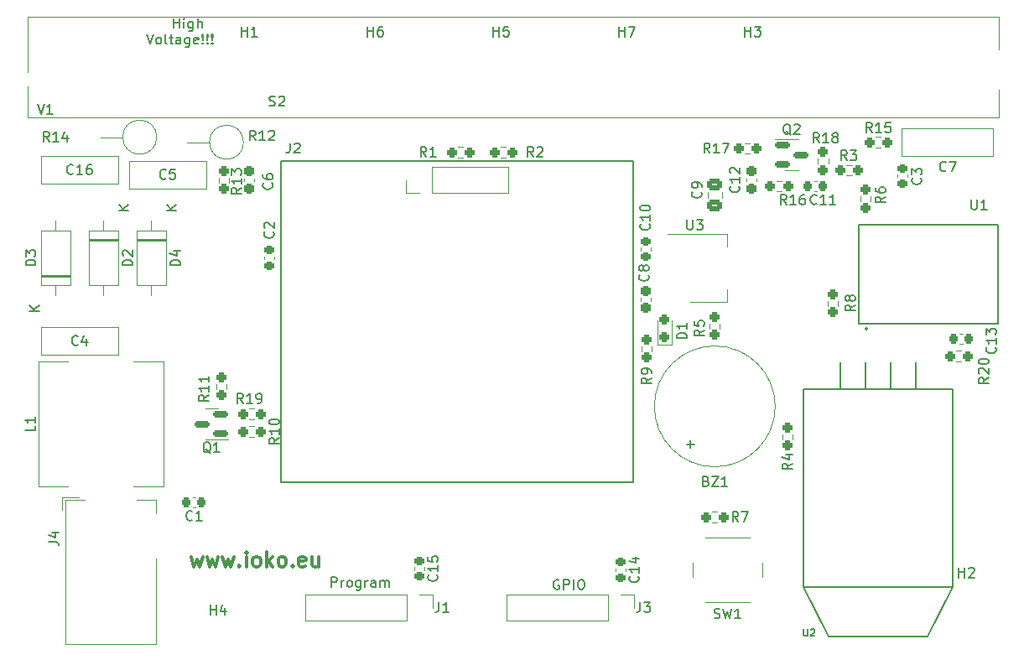
<source format=gbr>
%TF.GenerationSoftware,KiCad,Pcbnew,6.0.2+dfsg-1*%
%TF.CreationDate,2022-05-20T21:00:13+03:00*%
%TF.ProjectId,iot_geiger,696f745f-6765-4696-9765-722e6b696361,rev?*%
%TF.SameCoordinates,Original*%
%TF.FileFunction,Legend,Top*%
%TF.FilePolarity,Positive*%
%FSLAX46Y46*%
G04 Gerber Fmt 4.6, Leading zero omitted, Abs format (unit mm)*
G04 Created by KiCad (PCBNEW 6.0.2+dfsg-1) date 2022-05-20 21:00:13*
%MOMM*%
%LPD*%
G01*
G04 APERTURE LIST*
G04 Aperture macros list*
%AMRoundRect*
0 Rectangle with rounded corners*
0 $1 Rounding radius*
0 $2 $3 $4 $5 $6 $7 $8 $9 X,Y pos of 4 corners*
0 Add a 4 corners polygon primitive as box body*
4,1,4,$2,$3,$4,$5,$6,$7,$8,$9,$2,$3,0*
0 Add four circle primitives for the rounded corners*
1,1,$1+$1,$2,$3*
1,1,$1+$1,$4,$5*
1,1,$1+$1,$6,$7*
1,1,$1+$1,$8,$9*
0 Add four rect primitives between the rounded corners*
20,1,$1+$1,$2,$3,$4,$5,0*
20,1,$1+$1,$4,$5,$6,$7,0*
20,1,$1+$1,$6,$7,$8,$9,0*
20,1,$1+$1,$8,$9,$2,$3,0*%
G04 Aperture macros list end*
%ADD10C,0.200000*%
%ADD11C,0.150000*%
%ADD12C,0.300000*%
%ADD13C,0.120000*%
%ADD14C,0.127000*%
%ADD15RoundRect,0.237500X-0.250000X-0.237500X0.250000X-0.237500X0.250000X0.237500X-0.250000X0.237500X0*%
%ADD16R,2.200000X2.200000*%
%ADD17O,2.200000X2.200000*%
%ADD18RoundRect,0.150000X0.587500X0.150000X-0.587500X0.150000X-0.587500X-0.150000X0.587500X-0.150000X0*%
%ADD19C,2.000000*%
%ADD20RoundRect,0.237500X0.237500X-0.250000X0.237500X0.250000X-0.237500X0.250000X-0.237500X-0.250000X0*%
%ADD21RoundRect,0.237500X-0.237500X0.250000X-0.237500X-0.250000X0.237500X-0.250000X0.237500X0.250000X0*%
%ADD22C,1.600000*%
%ADD23R,1.700000X1.700000*%
%ADD24O,1.700000X1.700000*%
%ADD25C,2.500000*%
%ADD26RoundRect,0.225000X0.250000X-0.225000X0.250000X0.225000X-0.250000X0.225000X-0.250000X-0.225000X0*%
%ADD27RoundRect,0.237500X0.237500X-0.287500X0.237500X0.287500X-0.237500X0.287500X-0.237500X-0.287500X0*%
%ADD28R,0.700000X1.150000*%
%ADD29R,1.150000X0.700000*%
%ADD30R,0.700000X0.700000*%
%ADD31R,2.000000X2.000000*%
%ADD32RoundRect,0.225000X-0.250000X0.225000X-0.250000X-0.225000X0.250000X-0.225000X0.250000X0.225000X0*%
%ADD33RoundRect,0.237500X0.237500X-0.300000X0.237500X0.300000X-0.237500X0.300000X-0.237500X-0.300000X0*%
%ADD34O,1.600000X1.600000*%
%ADD35RoundRect,0.225000X-0.225000X-0.250000X0.225000X-0.250000X0.225000X0.250000X-0.225000X0.250000X0*%
%ADD36R,5.400000X2.900000*%
%ADD37R,2.000000X1.500000*%
%ADD38R,2.000000X3.800000*%
%ADD39RoundRect,0.237500X0.250000X0.237500X-0.250000X0.237500X-0.250000X-0.237500X0.250000X-0.237500X0*%
%ADD40R,4.600000X2.000000*%
%ADD41O,4.200000X2.000000*%
%ADD42O,2.000000X4.200000*%
%ADD43RoundRect,0.250000X-0.475000X0.337500X-0.475000X-0.337500X0.475000X-0.337500X0.475000X0.337500X0*%
%ADD44RoundRect,0.225000X0.225000X0.250000X-0.225000X0.250000X-0.225000X-0.250000X0.225000X-0.250000X0*%
%ADD45RoundRect,0.237500X-0.237500X0.300000X-0.237500X-0.300000X0.237500X-0.300000X0.237500X0.300000X0*%
%ADD46RoundRect,0.150000X-0.587500X-0.150000X0.587500X-0.150000X0.587500X0.150000X-0.587500X0.150000X0*%
%ADD47R,1.350000X1.350000*%
%ADD48C,1.350000*%
%ADD49O,3.250000X6.000000*%
%ADD50R,1.000000X1.000000*%
%ADD51O,1.000000X1.000000*%
G04 APERTURE END LIST*
D10*
X141615000Y-53975000D02*
X177175000Y-53975000D01*
X177175000Y-53975000D02*
X177175000Y-86360000D01*
X177175000Y-86360000D02*
X141615000Y-86360000D01*
X141615000Y-86360000D02*
X141615000Y-53975000D01*
D11*
X169688000Y-96274000D02*
X169592761Y-96226380D01*
X169449904Y-96226380D01*
X169307047Y-96274000D01*
X169211809Y-96369238D01*
X169164190Y-96464476D01*
X169116571Y-96654952D01*
X169116571Y-96797809D01*
X169164190Y-96988285D01*
X169211809Y-97083523D01*
X169307047Y-97178761D01*
X169449904Y-97226380D01*
X169545142Y-97226380D01*
X169688000Y-97178761D01*
X169735619Y-97131142D01*
X169735619Y-96797809D01*
X169545142Y-96797809D01*
X170164190Y-97226380D02*
X170164190Y-96226380D01*
X170545142Y-96226380D01*
X170640380Y-96274000D01*
X170688000Y-96321619D01*
X170735619Y-96416857D01*
X170735619Y-96559714D01*
X170688000Y-96654952D01*
X170640380Y-96702571D01*
X170545142Y-96750190D01*
X170164190Y-96750190D01*
X171164190Y-97226380D02*
X171164190Y-96226380D01*
X171830857Y-96226380D02*
X172021333Y-96226380D01*
X172116571Y-96274000D01*
X172211809Y-96369238D01*
X172259428Y-96559714D01*
X172259428Y-96893047D01*
X172211809Y-97083523D01*
X172116571Y-97178761D01*
X172021333Y-97226380D01*
X171830857Y-97226380D01*
X171735619Y-97178761D01*
X171640380Y-97083523D01*
X171592761Y-96893047D01*
X171592761Y-96559714D01*
X171640380Y-96369238D01*
X171735619Y-96274000D01*
X171830857Y-96226380D01*
X146701238Y-96972380D02*
X146701238Y-95972380D01*
X147082190Y-95972380D01*
X147177428Y-96020000D01*
X147225047Y-96067619D01*
X147272666Y-96162857D01*
X147272666Y-96305714D01*
X147225047Y-96400952D01*
X147177428Y-96448571D01*
X147082190Y-96496190D01*
X146701238Y-96496190D01*
X147701238Y-96972380D02*
X147701238Y-96305714D01*
X147701238Y-96496190D02*
X147748857Y-96400952D01*
X147796476Y-96353333D01*
X147891714Y-96305714D01*
X147986952Y-96305714D01*
X148463142Y-96972380D02*
X148367904Y-96924761D01*
X148320285Y-96877142D01*
X148272666Y-96781904D01*
X148272666Y-96496190D01*
X148320285Y-96400952D01*
X148367904Y-96353333D01*
X148463142Y-96305714D01*
X148606000Y-96305714D01*
X148701238Y-96353333D01*
X148748857Y-96400952D01*
X148796476Y-96496190D01*
X148796476Y-96781904D01*
X148748857Y-96877142D01*
X148701238Y-96924761D01*
X148606000Y-96972380D01*
X148463142Y-96972380D01*
X149653619Y-96305714D02*
X149653619Y-97115238D01*
X149606000Y-97210476D01*
X149558380Y-97258095D01*
X149463142Y-97305714D01*
X149320285Y-97305714D01*
X149225047Y-97258095D01*
X149653619Y-96924761D02*
X149558380Y-96972380D01*
X149367904Y-96972380D01*
X149272666Y-96924761D01*
X149225047Y-96877142D01*
X149177428Y-96781904D01*
X149177428Y-96496190D01*
X149225047Y-96400952D01*
X149272666Y-96353333D01*
X149367904Y-96305714D01*
X149558380Y-96305714D01*
X149653619Y-96353333D01*
X150129809Y-96972380D02*
X150129809Y-96305714D01*
X150129809Y-96496190D02*
X150177428Y-96400952D01*
X150225047Y-96353333D01*
X150320285Y-96305714D01*
X150415523Y-96305714D01*
X151177428Y-96972380D02*
X151177428Y-96448571D01*
X151129809Y-96353333D01*
X151034571Y-96305714D01*
X150844095Y-96305714D01*
X150748857Y-96353333D01*
X151177428Y-96924761D02*
X151082190Y-96972380D01*
X150844095Y-96972380D01*
X150748857Y-96924761D01*
X150701238Y-96829523D01*
X150701238Y-96734285D01*
X150748857Y-96639047D01*
X150844095Y-96591428D01*
X151082190Y-96591428D01*
X151177428Y-96543809D01*
X151653619Y-96972380D02*
X151653619Y-96305714D01*
X151653619Y-96400952D02*
X151701238Y-96353333D01*
X151796476Y-96305714D01*
X151939333Y-96305714D01*
X152034571Y-96353333D01*
X152082190Y-96448571D01*
X152082190Y-96972380D01*
X152082190Y-96448571D02*
X152129809Y-96353333D01*
X152225047Y-96305714D01*
X152367904Y-96305714D01*
X152463142Y-96353333D01*
X152510761Y-96448571D01*
X152510761Y-96972380D01*
D12*
X132565000Y-93912571D02*
X132850714Y-94912571D01*
X133136428Y-94198285D01*
X133422142Y-94912571D01*
X133707857Y-93912571D01*
X134136428Y-93912571D02*
X134422142Y-94912571D01*
X134707857Y-94198285D01*
X134993571Y-94912571D01*
X135279285Y-93912571D01*
X135707857Y-93912571D02*
X135993571Y-94912571D01*
X136279285Y-94198285D01*
X136565000Y-94912571D01*
X136850714Y-93912571D01*
X137422142Y-94769714D02*
X137493571Y-94841142D01*
X137422142Y-94912571D01*
X137350714Y-94841142D01*
X137422142Y-94769714D01*
X137422142Y-94912571D01*
X138136428Y-94912571D02*
X138136428Y-93912571D01*
X138136428Y-93412571D02*
X138065000Y-93484000D01*
X138136428Y-93555428D01*
X138207857Y-93484000D01*
X138136428Y-93412571D01*
X138136428Y-93555428D01*
X139065000Y-94912571D02*
X138922142Y-94841142D01*
X138850714Y-94769714D01*
X138779285Y-94626857D01*
X138779285Y-94198285D01*
X138850714Y-94055428D01*
X138922142Y-93984000D01*
X139065000Y-93912571D01*
X139279285Y-93912571D01*
X139422142Y-93984000D01*
X139493571Y-94055428D01*
X139565000Y-94198285D01*
X139565000Y-94626857D01*
X139493571Y-94769714D01*
X139422142Y-94841142D01*
X139279285Y-94912571D01*
X139065000Y-94912571D01*
X140207857Y-94912571D02*
X140207857Y-93412571D01*
X140350714Y-94341142D02*
X140779285Y-94912571D01*
X140779285Y-93912571D02*
X140207857Y-94484000D01*
X141636428Y-94912571D02*
X141493571Y-94841142D01*
X141422142Y-94769714D01*
X141350714Y-94626857D01*
X141350714Y-94198285D01*
X141422142Y-94055428D01*
X141493571Y-93984000D01*
X141636428Y-93912571D01*
X141850714Y-93912571D01*
X141993571Y-93984000D01*
X142065000Y-94055428D01*
X142136428Y-94198285D01*
X142136428Y-94626857D01*
X142065000Y-94769714D01*
X141993571Y-94841142D01*
X141850714Y-94912571D01*
X141636428Y-94912571D01*
X142779285Y-94769714D02*
X142850714Y-94841142D01*
X142779285Y-94912571D01*
X142707857Y-94841142D01*
X142779285Y-94769714D01*
X142779285Y-94912571D01*
X144065000Y-94841142D02*
X143922142Y-94912571D01*
X143636428Y-94912571D01*
X143493571Y-94841142D01*
X143422142Y-94698285D01*
X143422142Y-94126857D01*
X143493571Y-93984000D01*
X143636428Y-93912571D01*
X143922142Y-93912571D01*
X144065000Y-93984000D01*
X144136428Y-94126857D01*
X144136428Y-94269714D01*
X143422142Y-94412571D01*
X145422142Y-93912571D02*
X145422142Y-94912571D01*
X144779285Y-93912571D02*
X144779285Y-94698285D01*
X144850714Y-94841142D01*
X144993571Y-94912571D01*
X145207857Y-94912571D01*
X145350714Y-94841142D01*
X145422142Y-94769714D01*
D11*
X130778333Y-40541380D02*
X130778333Y-39541380D01*
X130778333Y-40017571D02*
X131349761Y-40017571D01*
X131349761Y-40541380D02*
X131349761Y-39541380D01*
X131825952Y-40541380D02*
X131825952Y-39874714D01*
X131825952Y-39541380D02*
X131778333Y-39589000D01*
X131825952Y-39636619D01*
X131873571Y-39589000D01*
X131825952Y-39541380D01*
X131825952Y-39636619D01*
X132730714Y-39874714D02*
X132730714Y-40684238D01*
X132683095Y-40779476D01*
X132635476Y-40827095D01*
X132540238Y-40874714D01*
X132397380Y-40874714D01*
X132302142Y-40827095D01*
X132730714Y-40493761D02*
X132635476Y-40541380D01*
X132445000Y-40541380D01*
X132349761Y-40493761D01*
X132302142Y-40446142D01*
X132254523Y-40350904D01*
X132254523Y-40065190D01*
X132302142Y-39969952D01*
X132349761Y-39922333D01*
X132445000Y-39874714D01*
X132635476Y-39874714D01*
X132730714Y-39922333D01*
X133206904Y-40541380D02*
X133206904Y-39541380D01*
X133635476Y-40541380D02*
X133635476Y-40017571D01*
X133587857Y-39922333D01*
X133492619Y-39874714D01*
X133349761Y-39874714D01*
X133254523Y-39922333D01*
X133206904Y-39969952D01*
X128064047Y-41151380D02*
X128397380Y-42151380D01*
X128730714Y-41151380D01*
X129206904Y-42151380D02*
X129111666Y-42103761D01*
X129064047Y-42056142D01*
X129016428Y-41960904D01*
X129016428Y-41675190D01*
X129064047Y-41579952D01*
X129111666Y-41532333D01*
X129206904Y-41484714D01*
X129349761Y-41484714D01*
X129445000Y-41532333D01*
X129492619Y-41579952D01*
X129540238Y-41675190D01*
X129540238Y-41960904D01*
X129492619Y-42056142D01*
X129445000Y-42103761D01*
X129349761Y-42151380D01*
X129206904Y-42151380D01*
X130111666Y-42151380D02*
X130016428Y-42103761D01*
X129968809Y-42008523D01*
X129968809Y-41151380D01*
X130349761Y-41484714D02*
X130730714Y-41484714D01*
X130492619Y-41151380D02*
X130492619Y-42008523D01*
X130540238Y-42103761D01*
X130635476Y-42151380D01*
X130730714Y-42151380D01*
X131492619Y-42151380D02*
X131492619Y-41627571D01*
X131445000Y-41532333D01*
X131349761Y-41484714D01*
X131159285Y-41484714D01*
X131064047Y-41532333D01*
X131492619Y-42103761D02*
X131397380Y-42151380D01*
X131159285Y-42151380D01*
X131064047Y-42103761D01*
X131016428Y-42008523D01*
X131016428Y-41913285D01*
X131064047Y-41818047D01*
X131159285Y-41770428D01*
X131397380Y-41770428D01*
X131492619Y-41722809D01*
X132397380Y-41484714D02*
X132397380Y-42294238D01*
X132349761Y-42389476D01*
X132302142Y-42437095D01*
X132206904Y-42484714D01*
X132064047Y-42484714D01*
X131968809Y-42437095D01*
X132397380Y-42103761D02*
X132302142Y-42151380D01*
X132111666Y-42151380D01*
X132016428Y-42103761D01*
X131968809Y-42056142D01*
X131921190Y-41960904D01*
X131921190Y-41675190D01*
X131968809Y-41579952D01*
X132016428Y-41532333D01*
X132111666Y-41484714D01*
X132302142Y-41484714D01*
X132397380Y-41532333D01*
X133254523Y-42103761D02*
X133159285Y-42151380D01*
X132968809Y-42151380D01*
X132873571Y-42103761D01*
X132825952Y-42008523D01*
X132825952Y-41627571D01*
X132873571Y-41532333D01*
X132968809Y-41484714D01*
X133159285Y-41484714D01*
X133254523Y-41532333D01*
X133302142Y-41627571D01*
X133302142Y-41722809D01*
X132825952Y-41818047D01*
X133730714Y-42056142D02*
X133778333Y-42103761D01*
X133730714Y-42151380D01*
X133683095Y-42103761D01*
X133730714Y-42056142D01*
X133730714Y-42151380D01*
X133730714Y-41770428D02*
X133683095Y-41199000D01*
X133730714Y-41151380D01*
X133778333Y-41199000D01*
X133730714Y-41770428D01*
X133730714Y-41151380D01*
X134206904Y-42056142D02*
X134254523Y-42103761D01*
X134206904Y-42151380D01*
X134159285Y-42103761D01*
X134206904Y-42056142D01*
X134206904Y-42151380D01*
X134206904Y-41770428D02*
X134159285Y-41199000D01*
X134206904Y-41151380D01*
X134254523Y-41199000D01*
X134206904Y-41770428D01*
X134206904Y-41151380D01*
X134683095Y-42056142D02*
X134730714Y-42103761D01*
X134683095Y-42151380D01*
X134635476Y-42103761D01*
X134683095Y-42056142D01*
X134683095Y-42151380D01*
X134683095Y-41770428D02*
X134635476Y-41199000D01*
X134683095Y-41151380D01*
X134730714Y-41199000D01*
X134683095Y-41770428D01*
X134683095Y-41151380D01*
X213050380Y-75826857D02*
X212574190Y-76160190D01*
X213050380Y-76398285D02*
X212050380Y-76398285D01*
X212050380Y-76017333D01*
X212098000Y-75922095D01*
X212145619Y-75874476D01*
X212240857Y-75826857D01*
X212383714Y-75826857D01*
X212478952Y-75874476D01*
X212526571Y-75922095D01*
X212574190Y-76017333D01*
X212574190Y-76398285D01*
X212145619Y-75445904D02*
X212098000Y-75398285D01*
X212050380Y-75303047D01*
X212050380Y-75064952D01*
X212098000Y-74969714D01*
X212145619Y-74922095D01*
X212240857Y-74874476D01*
X212336095Y-74874476D01*
X212478952Y-74922095D01*
X213050380Y-75493523D01*
X213050380Y-74874476D01*
X212050380Y-74255428D02*
X212050380Y-74160190D01*
X212098000Y-74064952D01*
X212145619Y-74017333D01*
X212240857Y-73969714D01*
X212431333Y-73922095D01*
X212669428Y-73922095D01*
X212859904Y-73969714D01*
X212955142Y-74017333D01*
X213002761Y-74064952D01*
X213050380Y-74160190D01*
X213050380Y-74255428D01*
X213002761Y-74350666D01*
X212955142Y-74398285D01*
X212859904Y-74445904D01*
X212669428Y-74493523D01*
X212431333Y-74493523D01*
X212240857Y-74445904D01*
X212145619Y-74398285D01*
X212098000Y-74350666D01*
X212050380Y-74255428D01*
X131446380Y-64492095D02*
X130446380Y-64492095D01*
X130446380Y-64254000D01*
X130494000Y-64111142D01*
X130589238Y-64015904D01*
X130684476Y-63968285D01*
X130874952Y-63920666D01*
X131017809Y-63920666D01*
X131208285Y-63968285D01*
X131303523Y-64015904D01*
X131398761Y-64111142D01*
X131446380Y-64254000D01*
X131446380Y-64492095D01*
X130779714Y-63063523D02*
X131446380Y-63063523D01*
X130398761Y-63301619D02*
X131113047Y-63539714D01*
X131113047Y-62920666D01*
X131076380Y-58935904D02*
X130076380Y-58935904D01*
X131076380Y-58364476D02*
X130504952Y-58793047D01*
X130076380Y-58364476D02*
X130647809Y-58935904D01*
X116854380Y-64492095D02*
X115854380Y-64492095D01*
X115854380Y-64254000D01*
X115902000Y-64111142D01*
X115997238Y-64015904D01*
X116092476Y-63968285D01*
X116282952Y-63920666D01*
X116425809Y-63920666D01*
X116616285Y-63968285D01*
X116711523Y-64015904D01*
X116806761Y-64111142D01*
X116854380Y-64254000D01*
X116854380Y-64492095D01*
X115854380Y-63587333D02*
X115854380Y-62968285D01*
X116235333Y-63301619D01*
X116235333Y-63158761D01*
X116282952Y-63063523D01*
X116330571Y-63015904D01*
X116425809Y-62968285D01*
X116663904Y-62968285D01*
X116759142Y-63015904D01*
X116806761Y-63063523D01*
X116854380Y-63158761D01*
X116854380Y-63444476D01*
X116806761Y-63539714D01*
X116759142Y-63587333D01*
X117224380Y-69095904D02*
X116224380Y-69095904D01*
X117224380Y-68524476D02*
X116652952Y-68953047D01*
X116224380Y-68524476D02*
X116795809Y-69095904D01*
X126620380Y-64492095D02*
X125620380Y-64492095D01*
X125620380Y-64254000D01*
X125668000Y-64111142D01*
X125763238Y-64015904D01*
X125858476Y-63968285D01*
X126048952Y-63920666D01*
X126191809Y-63920666D01*
X126382285Y-63968285D01*
X126477523Y-64015904D01*
X126572761Y-64111142D01*
X126620380Y-64254000D01*
X126620380Y-64492095D01*
X125715619Y-63539714D02*
X125668000Y-63492095D01*
X125620380Y-63396857D01*
X125620380Y-63158761D01*
X125668000Y-63063523D01*
X125715619Y-63015904D01*
X125810857Y-62968285D01*
X125906095Y-62968285D01*
X126048952Y-63015904D01*
X126620380Y-63587333D01*
X126620380Y-62968285D01*
X126250380Y-58935904D02*
X125250380Y-58935904D01*
X126250380Y-58364476D02*
X125678952Y-58793047D01*
X125250380Y-58364476D02*
X125821809Y-58935904D01*
X134524761Y-83465619D02*
X134429523Y-83418000D01*
X134334285Y-83322761D01*
X134191428Y-83179904D01*
X134096190Y-83132285D01*
X134000952Y-83132285D01*
X134048571Y-83370380D02*
X133953333Y-83322761D01*
X133858095Y-83227523D01*
X133810476Y-83037047D01*
X133810476Y-82703714D01*
X133858095Y-82513238D01*
X133953333Y-82418000D01*
X134048571Y-82370380D01*
X134239047Y-82370380D01*
X134334285Y-82418000D01*
X134429523Y-82513238D01*
X134477142Y-82703714D01*
X134477142Y-83037047D01*
X134429523Y-83227523D01*
X134334285Y-83322761D01*
X134239047Y-83370380D01*
X134048571Y-83370380D01*
X135429523Y-83370380D02*
X134858095Y-83370380D01*
X135143809Y-83370380D02*
X135143809Y-82370380D01*
X135048571Y-82513238D01*
X134953333Y-82608476D01*
X134858095Y-82656095D01*
X130008333Y-55703742D02*
X129960714Y-55751361D01*
X129817857Y-55798980D01*
X129722619Y-55798980D01*
X129579761Y-55751361D01*
X129484523Y-55656123D01*
X129436904Y-55560885D01*
X129389285Y-55370409D01*
X129389285Y-55227552D01*
X129436904Y-55037076D01*
X129484523Y-54941838D01*
X129579761Y-54846600D01*
X129722619Y-54798980D01*
X129817857Y-54798980D01*
X129960714Y-54846600D01*
X130008333Y-54894219D01*
X130913095Y-54798980D02*
X130436904Y-54798980D01*
X130389285Y-55275171D01*
X130436904Y-55227552D01*
X130532142Y-55179933D01*
X130770238Y-55179933D01*
X130865476Y-55227552D01*
X130913095Y-55275171D01*
X130960714Y-55370409D01*
X130960714Y-55608504D01*
X130913095Y-55703742D01*
X130865476Y-55751361D01*
X130770238Y-55798980D01*
X130532142Y-55798980D01*
X130436904Y-55751361D01*
X130389285Y-55703742D01*
X179014380Y-75858666D02*
X178538190Y-76192000D01*
X179014380Y-76430095D02*
X178014380Y-76430095D01*
X178014380Y-76049142D01*
X178062000Y-75953904D01*
X178109619Y-75906285D01*
X178204857Y-75858666D01*
X178347714Y-75858666D01*
X178442952Y-75906285D01*
X178490571Y-75953904D01*
X178538190Y-76049142D01*
X178538190Y-76430095D01*
X179014380Y-75382476D02*
X179014380Y-75192000D01*
X178966761Y-75096761D01*
X178919142Y-75049142D01*
X178776285Y-74953904D01*
X178585809Y-74906285D01*
X178204857Y-74906285D01*
X178109619Y-74953904D01*
X178062000Y-75001523D01*
X178014380Y-75096761D01*
X178014380Y-75287238D01*
X178062000Y-75382476D01*
X178109619Y-75430095D01*
X178204857Y-75477714D01*
X178442952Y-75477714D01*
X178538190Y-75430095D01*
X178585809Y-75382476D01*
X178633428Y-75287238D01*
X178633428Y-75096761D01*
X178585809Y-75001523D01*
X178538190Y-74953904D01*
X178442952Y-74906285D01*
X199588380Y-68492666D02*
X199112190Y-68826000D01*
X199588380Y-69064095D02*
X198588380Y-69064095D01*
X198588380Y-68683142D01*
X198636000Y-68587904D01*
X198683619Y-68540285D01*
X198778857Y-68492666D01*
X198921714Y-68492666D01*
X199016952Y-68540285D01*
X199064571Y-68587904D01*
X199112190Y-68683142D01*
X199112190Y-69064095D01*
X199016952Y-67921238D02*
X198969333Y-68016476D01*
X198921714Y-68064095D01*
X198826476Y-68111714D01*
X198778857Y-68111714D01*
X198683619Y-68064095D01*
X198636000Y-68016476D01*
X198588380Y-67921238D01*
X198588380Y-67730761D01*
X198636000Y-67635523D01*
X198683619Y-67587904D01*
X198778857Y-67540285D01*
X198826476Y-67540285D01*
X198921714Y-67587904D01*
X198969333Y-67635523D01*
X199016952Y-67730761D01*
X199016952Y-67921238D01*
X199064571Y-68016476D01*
X199112190Y-68064095D01*
X199207428Y-68111714D01*
X199397904Y-68111714D01*
X199493142Y-68064095D01*
X199540761Y-68016476D01*
X199588380Y-67921238D01*
X199588380Y-67730761D01*
X199540761Y-67635523D01*
X199493142Y-67587904D01*
X199397904Y-67540285D01*
X199207428Y-67540285D01*
X199112190Y-67587904D01*
X199064571Y-67635523D01*
X199016952Y-67730761D01*
X208748333Y-54927142D02*
X208700714Y-54974761D01*
X208557857Y-55022380D01*
X208462619Y-55022380D01*
X208319761Y-54974761D01*
X208224523Y-54879523D01*
X208176904Y-54784285D01*
X208129285Y-54593809D01*
X208129285Y-54450952D01*
X208176904Y-54260476D01*
X208224523Y-54165238D01*
X208319761Y-54070000D01*
X208462619Y-54022380D01*
X208557857Y-54022380D01*
X208700714Y-54070000D01*
X208748333Y-54117619D01*
X209081666Y-54022380D02*
X209748333Y-54022380D01*
X209319761Y-55022380D01*
X142551666Y-52157380D02*
X142551666Y-52871666D01*
X142504047Y-53014523D01*
X142408809Y-53109761D01*
X142265952Y-53157380D01*
X142170714Y-53157380D01*
X142980238Y-52252619D02*
X143027857Y-52205000D01*
X143123095Y-52157380D01*
X143361190Y-52157380D01*
X143456428Y-52205000D01*
X143504047Y-52252619D01*
X143551666Y-52347857D01*
X143551666Y-52443095D01*
X143504047Y-52585952D01*
X142932619Y-53157380D01*
X143551666Y-53157380D01*
X140462095Y-48370121D02*
X140604952Y-48417740D01*
X140843047Y-48417740D01*
X140938285Y-48370121D01*
X140985904Y-48322502D01*
X141033523Y-48227264D01*
X141033523Y-48132026D01*
X140985904Y-48036788D01*
X140938285Y-47989169D01*
X140843047Y-47941550D01*
X140652571Y-47893931D01*
X140557333Y-47846312D01*
X140509714Y-47798693D01*
X140462095Y-47703455D01*
X140462095Y-47608217D01*
X140509714Y-47512979D01*
X140557333Y-47465360D01*
X140652571Y-47417740D01*
X140890666Y-47417740D01*
X141033523Y-47465360D01*
X141414476Y-47512979D02*
X141462095Y-47465360D01*
X141557333Y-47417740D01*
X141795428Y-47417740D01*
X141890666Y-47465360D01*
X141938285Y-47512979D01*
X141985904Y-47608217D01*
X141985904Y-47703455D01*
X141938285Y-47846312D01*
X141366857Y-48417740D01*
X141985904Y-48417740D01*
X163068095Y-41402380D02*
X163068095Y-40402380D01*
X163068095Y-40878571D02*
X163639523Y-40878571D01*
X163639523Y-41402380D02*
X163639523Y-40402380D01*
X164591904Y-40402380D02*
X164115714Y-40402380D01*
X164068095Y-40878571D01*
X164115714Y-40830952D01*
X164210952Y-40783333D01*
X164449047Y-40783333D01*
X164544285Y-40830952D01*
X164591904Y-40878571D01*
X164639523Y-40973809D01*
X164639523Y-41211904D01*
X164591904Y-41307142D01*
X164544285Y-41354761D01*
X164449047Y-41402380D01*
X164210952Y-41402380D01*
X164115714Y-41354761D01*
X164068095Y-41307142D01*
X120642142Y-55221142D02*
X120594523Y-55268761D01*
X120451666Y-55316380D01*
X120356428Y-55316380D01*
X120213571Y-55268761D01*
X120118333Y-55173523D01*
X120070714Y-55078285D01*
X120023095Y-54887809D01*
X120023095Y-54744952D01*
X120070714Y-54554476D01*
X120118333Y-54459238D01*
X120213571Y-54364000D01*
X120356428Y-54316380D01*
X120451666Y-54316380D01*
X120594523Y-54364000D01*
X120642142Y-54411619D01*
X121594523Y-55316380D02*
X121023095Y-55316380D01*
X121308809Y-55316380D02*
X121308809Y-54316380D01*
X121213571Y-54459238D01*
X121118333Y-54554476D01*
X121023095Y-54602095D01*
X122451666Y-54316380D02*
X122261190Y-54316380D01*
X122165952Y-54364000D01*
X122118333Y-54411619D01*
X122023095Y-54554476D01*
X121975476Y-54744952D01*
X121975476Y-55125904D01*
X122023095Y-55221142D01*
X122070714Y-55268761D01*
X122165952Y-55316380D01*
X122356428Y-55316380D01*
X122451666Y-55268761D01*
X122499285Y-55221142D01*
X122546904Y-55125904D01*
X122546904Y-54887809D01*
X122499285Y-54792571D01*
X122451666Y-54744952D01*
X122356428Y-54697333D01*
X122165952Y-54697333D01*
X122070714Y-54744952D01*
X122023095Y-54792571D01*
X121975476Y-54887809D01*
X121118333Y-72493142D02*
X121070714Y-72540761D01*
X120927857Y-72588380D01*
X120832619Y-72588380D01*
X120689761Y-72540761D01*
X120594523Y-72445523D01*
X120546904Y-72350285D01*
X120499285Y-72159809D01*
X120499285Y-72016952D01*
X120546904Y-71826476D01*
X120594523Y-71731238D01*
X120689761Y-71636000D01*
X120832619Y-71588380D01*
X120927857Y-71588380D01*
X121070714Y-71636000D01*
X121118333Y-71683619D01*
X121975476Y-71921714D02*
X121975476Y-72588380D01*
X121737380Y-71540761D02*
X121499285Y-72255047D01*
X122118333Y-72255047D01*
X185356666Y-100099761D02*
X185499523Y-100147380D01*
X185737619Y-100147380D01*
X185832857Y-100099761D01*
X185880476Y-100052142D01*
X185928095Y-99956904D01*
X185928095Y-99861666D01*
X185880476Y-99766428D01*
X185832857Y-99718809D01*
X185737619Y-99671190D01*
X185547142Y-99623571D01*
X185451904Y-99575952D01*
X185404285Y-99528333D01*
X185356666Y-99433095D01*
X185356666Y-99337857D01*
X185404285Y-99242619D01*
X185451904Y-99195000D01*
X185547142Y-99147380D01*
X185785238Y-99147380D01*
X185928095Y-99195000D01*
X186261428Y-99147380D02*
X186499523Y-100147380D01*
X186690000Y-99433095D01*
X186880476Y-100147380D01*
X187118571Y-99147380D01*
X188023333Y-100147380D02*
X187451904Y-100147380D01*
X187737619Y-100147380D02*
X187737619Y-99147380D01*
X187642380Y-99290238D01*
X187547142Y-99385476D01*
X187451904Y-99433095D01*
X206198742Y-55691066D02*
X206246361Y-55738685D01*
X206293980Y-55881542D01*
X206293980Y-55976780D01*
X206246361Y-56119638D01*
X206151123Y-56214876D01*
X206055885Y-56262495D01*
X205865409Y-56310114D01*
X205722552Y-56310114D01*
X205532076Y-56262495D01*
X205436838Y-56214876D01*
X205341600Y-56119638D01*
X205293980Y-55976780D01*
X205293980Y-55881542D01*
X205341600Y-55738685D01*
X205389219Y-55691066D01*
X205293980Y-55357733D02*
X205293980Y-54738685D01*
X205674933Y-55072019D01*
X205674933Y-54929161D01*
X205722552Y-54833923D01*
X205770171Y-54786304D01*
X205865409Y-54738685D01*
X206103504Y-54738685D01*
X206198742Y-54786304D01*
X206246361Y-54833923D01*
X206293980Y-54929161D01*
X206293980Y-55214876D01*
X206246361Y-55310114D01*
X206198742Y-55357733D01*
X182570380Y-71858095D02*
X181570380Y-71858095D01*
X181570380Y-71620000D01*
X181618000Y-71477142D01*
X181713238Y-71381904D01*
X181808476Y-71334285D01*
X181998952Y-71286666D01*
X182141809Y-71286666D01*
X182332285Y-71334285D01*
X182427523Y-71381904D01*
X182522761Y-71477142D01*
X182570380Y-71620000D01*
X182570380Y-71858095D01*
X182570380Y-70334285D02*
X182570380Y-70905714D01*
X182570380Y-70620000D02*
X181570380Y-70620000D01*
X181713238Y-70715238D01*
X181808476Y-70810476D01*
X181856095Y-70905714D01*
X210058095Y-96012380D02*
X210058095Y-95012380D01*
X210058095Y-95488571D02*
X210629523Y-95488571D01*
X210629523Y-96012380D02*
X210629523Y-95012380D01*
X211058095Y-95107619D02*
X211105714Y-95060000D01*
X211200952Y-95012380D01*
X211439047Y-95012380D01*
X211534285Y-95060000D01*
X211581904Y-95107619D01*
X211629523Y-95202857D01*
X211629523Y-95298095D01*
X211581904Y-95440952D01*
X211010476Y-96012380D01*
X211629523Y-96012380D01*
X198766133Y-53893980D02*
X198432800Y-53417790D01*
X198194704Y-53893980D02*
X198194704Y-52893980D01*
X198575657Y-52893980D01*
X198670895Y-52941600D01*
X198718514Y-52989219D01*
X198766133Y-53084457D01*
X198766133Y-53227314D01*
X198718514Y-53322552D01*
X198670895Y-53370171D01*
X198575657Y-53417790D01*
X198194704Y-53417790D01*
X199099466Y-52893980D02*
X199718514Y-52893980D01*
X199385180Y-53274933D01*
X199528038Y-53274933D01*
X199623276Y-53322552D01*
X199670895Y-53370171D01*
X199718514Y-53465409D01*
X199718514Y-53703504D01*
X199670895Y-53798742D01*
X199623276Y-53846361D01*
X199528038Y-53893980D01*
X199242323Y-53893980D01*
X199147085Y-53846361D01*
X199099466Y-53798742D01*
X184348380Y-71033390D02*
X183872190Y-71366724D01*
X184348380Y-71604819D02*
X183348380Y-71604819D01*
X183348380Y-71223866D01*
X183396000Y-71128628D01*
X183443619Y-71081009D01*
X183538857Y-71033390D01*
X183681714Y-71033390D01*
X183776952Y-71081009D01*
X183824571Y-71128628D01*
X183872190Y-71223866D01*
X183872190Y-71604819D01*
X183348380Y-70128628D02*
X183348380Y-70604819D01*
X183824571Y-70652438D01*
X183776952Y-70604819D01*
X183729333Y-70509581D01*
X183729333Y-70271485D01*
X183776952Y-70176247D01*
X183824571Y-70128628D01*
X183919809Y-70081009D01*
X184157904Y-70081009D01*
X184253142Y-70128628D01*
X184300761Y-70176247D01*
X184348380Y-70271485D01*
X184348380Y-70509581D01*
X184300761Y-70604819D01*
X184253142Y-70652438D01*
X175768095Y-41402380D02*
X175768095Y-40402380D01*
X175768095Y-40878571D02*
X176339523Y-40878571D01*
X176339523Y-41402380D02*
X176339523Y-40402380D01*
X176720476Y-40402380D02*
X177387142Y-40402380D01*
X176958571Y-41402380D01*
X211328095Y-57872380D02*
X211328095Y-58681904D01*
X211375714Y-58777142D01*
X211423333Y-58824761D01*
X211518571Y-58872380D01*
X211709047Y-58872380D01*
X211804285Y-58824761D01*
X211851904Y-58777142D01*
X211899523Y-58681904D01*
X211899523Y-57872380D01*
X212899523Y-58872380D02*
X212328095Y-58872380D01*
X212613809Y-58872380D02*
X212613809Y-57872380D01*
X212518571Y-58015238D01*
X212423333Y-58110476D01*
X212328095Y-58158095D01*
X184539047Y-86288571D02*
X184681904Y-86336190D01*
X184729523Y-86383809D01*
X184777142Y-86479047D01*
X184777142Y-86621904D01*
X184729523Y-86717142D01*
X184681904Y-86764761D01*
X184586666Y-86812380D01*
X184205714Y-86812380D01*
X184205714Y-85812380D01*
X184539047Y-85812380D01*
X184634285Y-85860000D01*
X184681904Y-85907619D01*
X184729523Y-86002857D01*
X184729523Y-86098095D01*
X184681904Y-86193333D01*
X184634285Y-86240952D01*
X184539047Y-86288571D01*
X184205714Y-86288571D01*
X185110476Y-85812380D02*
X185777142Y-85812380D01*
X185110476Y-86812380D01*
X185777142Y-86812380D01*
X186681904Y-86812380D02*
X186110476Y-86812380D01*
X186396190Y-86812380D02*
X186396190Y-85812380D01*
X186300952Y-85955238D01*
X186205714Y-86050476D01*
X186110476Y-86098095D01*
X182951428Y-82930952D02*
X182951428Y-82169047D01*
X183332380Y-82550000D02*
X182570476Y-82550000D01*
X177682142Y-95892857D02*
X177729761Y-95940476D01*
X177777380Y-96083333D01*
X177777380Y-96178571D01*
X177729761Y-96321428D01*
X177634523Y-96416666D01*
X177539285Y-96464285D01*
X177348809Y-96511904D01*
X177205952Y-96511904D01*
X177015476Y-96464285D01*
X176920238Y-96416666D01*
X176825000Y-96321428D01*
X176777380Y-96178571D01*
X176777380Y-96083333D01*
X176825000Y-95940476D01*
X176872619Y-95892857D01*
X177777380Y-94940476D02*
X177777380Y-95511904D01*
X177777380Y-95226190D02*
X176777380Y-95226190D01*
X176920238Y-95321428D01*
X177015476Y-95416666D01*
X177063095Y-95511904D01*
X177110714Y-94083333D02*
X177777380Y-94083333D01*
X176729761Y-94321428D02*
X177444047Y-94559523D01*
X177444047Y-93940476D01*
X140692142Y-56192933D02*
X140739761Y-56240552D01*
X140787380Y-56383409D01*
X140787380Y-56478647D01*
X140739761Y-56621505D01*
X140644523Y-56716743D01*
X140549285Y-56764362D01*
X140358809Y-56811981D01*
X140215952Y-56811981D01*
X140025476Y-56764362D01*
X139930238Y-56716743D01*
X139835000Y-56621505D01*
X139787380Y-56478647D01*
X139787380Y-56383409D01*
X139835000Y-56240552D01*
X139882619Y-56192933D01*
X139787380Y-55335790D02*
X139787380Y-55526267D01*
X139835000Y-55621505D01*
X139882619Y-55669124D01*
X140025476Y-55764362D01*
X140215952Y-55811981D01*
X140596904Y-55811981D01*
X140692142Y-55764362D01*
X140739761Y-55716743D01*
X140787380Y-55621505D01*
X140787380Y-55431028D01*
X140739761Y-55335790D01*
X140692142Y-55288171D01*
X140596904Y-55240552D01*
X140358809Y-55240552D01*
X140263571Y-55288171D01*
X140215952Y-55335790D01*
X140168333Y-55431028D01*
X140168333Y-55621505D01*
X140215952Y-55716743D01*
X140263571Y-55764362D01*
X140358809Y-55811981D01*
X140819142Y-61113666D02*
X140866761Y-61161285D01*
X140914380Y-61304142D01*
X140914380Y-61399380D01*
X140866761Y-61542238D01*
X140771523Y-61637476D01*
X140676285Y-61685095D01*
X140485809Y-61732714D01*
X140342952Y-61732714D01*
X140152476Y-61685095D01*
X140057238Y-61637476D01*
X139962000Y-61542238D01*
X139914380Y-61399380D01*
X139914380Y-61304142D01*
X139962000Y-61161285D01*
X140009619Y-61113666D01*
X140009619Y-60732714D02*
X139962000Y-60685095D01*
X139914380Y-60589857D01*
X139914380Y-60351761D01*
X139962000Y-60256523D01*
X140009619Y-60208904D01*
X140104857Y-60161285D01*
X140200095Y-60161285D01*
X140342952Y-60208904D01*
X140914380Y-60780333D01*
X140914380Y-60161285D01*
X118229142Y-52014380D02*
X117895809Y-51538190D01*
X117657714Y-52014380D02*
X117657714Y-51014380D01*
X118038666Y-51014380D01*
X118133904Y-51062000D01*
X118181523Y-51109619D01*
X118229142Y-51204857D01*
X118229142Y-51347714D01*
X118181523Y-51442952D01*
X118133904Y-51490571D01*
X118038666Y-51538190D01*
X117657714Y-51538190D01*
X119181523Y-52014380D02*
X118610095Y-52014380D01*
X118895809Y-52014380D02*
X118895809Y-51014380D01*
X118800571Y-51157238D01*
X118705333Y-51252476D01*
X118610095Y-51300095D01*
X120038666Y-51347714D02*
X120038666Y-52014380D01*
X119800571Y-50966761D02*
X119562476Y-51681047D01*
X120181523Y-51681047D01*
X195699142Y-58269142D02*
X195651523Y-58316761D01*
X195508666Y-58364380D01*
X195413428Y-58364380D01*
X195270571Y-58316761D01*
X195175333Y-58221523D01*
X195127714Y-58126285D01*
X195080095Y-57935809D01*
X195080095Y-57792952D01*
X195127714Y-57602476D01*
X195175333Y-57507238D01*
X195270571Y-57412000D01*
X195413428Y-57364380D01*
X195508666Y-57364380D01*
X195651523Y-57412000D01*
X195699142Y-57459619D01*
X196651523Y-58364380D02*
X196080095Y-58364380D01*
X196365809Y-58364380D02*
X196365809Y-57364380D01*
X196270571Y-57507238D01*
X196175333Y-57602476D01*
X196080095Y-57650095D01*
X197603904Y-58364380D02*
X197032476Y-58364380D01*
X197318190Y-58364380D02*
X197318190Y-57364380D01*
X197222952Y-57507238D01*
X197127714Y-57602476D01*
X197032476Y-57650095D01*
X201287142Y-51092380D02*
X200953809Y-50616190D01*
X200715714Y-51092380D02*
X200715714Y-50092380D01*
X201096666Y-50092380D01*
X201191904Y-50140000D01*
X201239523Y-50187619D01*
X201287142Y-50282857D01*
X201287142Y-50425714D01*
X201239523Y-50520952D01*
X201191904Y-50568571D01*
X201096666Y-50616190D01*
X200715714Y-50616190D01*
X202239523Y-51092380D02*
X201668095Y-51092380D01*
X201953809Y-51092380D02*
X201953809Y-50092380D01*
X201858571Y-50235238D01*
X201763333Y-50330476D01*
X201668095Y-50378095D01*
X203144285Y-50092380D02*
X202668095Y-50092380D01*
X202620476Y-50568571D01*
X202668095Y-50520952D01*
X202763333Y-50473333D01*
X203001428Y-50473333D01*
X203096666Y-50520952D01*
X203144285Y-50568571D01*
X203191904Y-50663809D01*
X203191904Y-50901904D01*
X203144285Y-50997142D01*
X203096666Y-51044761D01*
X203001428Y-51092380D01*
X202763333Y-51092380D01*
X202668095Y-51044761D01*
X202620476Y-50997142D01*
X116796380Y-80684666D02*
X116796380Y-81160857D01*
X115796380Y-81160857D01*
X116796380Y-79827523D02*
X116796380Y-80398952D01*
X116796380Y-80113238D02*
X115796380Y-80113238D01*
X115939238Y-80208476D01*
X116034476Y-80303714D01*
X116082095Y-80398952D01*
X188468095Y-41402380D02*
X188468095Y-40402380D01*
X188468095Y-40878571D02*
X189039523Y-40878571D01*
X189039523Y-41402380D02*
X189039523Y-40402380D01*
X189420476Y-40402380D02*
X190039523Y-40402380D01*
X189706190Y-40783333D01*
X189849047Y-40783333D01*
X189944285Y-40830952D01*
X189991904Y-40878571D01*
X190039523Y-40973809D01*
X190039523Y-41211904D01*
X189991904Y-41307142D01*
X189944285Y-41354761D01*
X189849047Y-41402380D01*
X189563333Y-41402380D01*
X189468095Y-41354761D01*
X189420476Y-41307142D01*
X182626095Y-59904380D02*
X182626095Y-60713904D01*
X182673714Y-60809142D01*
X182721333Y-60856761D01*
X182816571Y-60904380D01*
X183007047Y-60904380D01*
X183102285Y-60856761D01*
X183149904Y-60809142D01*
X183197523Y-60713904D01*
X183197523Y-59904380D01*
X183578476Y-59904380D02*
X184197523Y-59904380D01*
X183864190Y-60285333D01*
X184007047Y-60285333D01*
X184102285Y-60332952D01*
X184149904Y-60380571D01*
X184197523Y-60475809D01*
X184197523Y-60713904D01*
X184149904Y-60809142D01*
X184102285Y-60856761D01*
X184007047Y-60904380D01*
X183721333Y-60904380D01*
X183626095Y-60856761D01*
X183578476Y-60809142D01*
X137612380Y-56669124D02*
X137136190Y-57002457D01*
X137612380Y-57240552D02*
X136612380Y-57240552D01*
X136612380Y-56859600D01*
X136660000Y-56764362D01*
X136707619Y-56716743D01*
X136802857Y-56669124D01*
X136945714Y-56669124D01*
X137040952Y-56716743D01*
X137088571Y-56764362D01*
X137136190Y-56859600D01*
X137136190Y-57240552D01*
X137612380Y-55716743D02*
X137612380Y-56288171D01*
X137612380Y-56002457D02*
X136612380Y-56002457D01*
X136755238Y-56097695D01*
X136850476Y-56192933D01*
X136898095Y-56288171D01*
X136612380Y-55383409D02*
X136612380Y-54764362D01*
X136993333Y-55097695D01*
X136993333Y-54954838D01*
X137040952Y-54859600D01*
X137088571Y-54811981D01*
X137183809Y-54764362D01*
X137421904Y-54764362D01*
X137517142Y-54811981D01*
X137564761Y-54859600D01*
X137612380Y-54954838D01*
X137612380Y-55240552D01*
X137564761Y-55335790D01*
X137517142Y-55383409D01*
X193238380Y-84494666D02*
X192762190Y-84828000D01*
X193238380Y-85066095D02*
X192238380Y-85066095D01*
X192238380Y-84685142D01*
X192286000Y-84589904D01*
X192333619Y-84542285D01*
X192428857Y-84494666D01*
X192571714Y-84494666D01*
X192666952Y-84542285D01*
X192714571Y-84589904D01*
X192762190Y-84685142D01*
X192762190Y-85066095D01*
X192571714Y-83637523D02*
X193238380Y-83637523D01*
X192190761Y-83875619D02*
X192905047Y-84113714D01*
X192905047Y-83494666D01*
X137668095Y-41402380D02*
X137668095Y-40402380D01*
X137668095Y-40878571D02*
X138239523Y-40878571D01*
X138239523Y-41402380D02*
X138239523Y-40402380D01*
X139239523Y-41402380D02*
X138668095Y-41402380D01*
X138953809Y-41402380D02*
X138953809Y-40402380D01*
X138858571Y-40545238D01*
X138763333Y-40640476D01*
X138668095Y-40688095D01*
X139057142Y-51887380D02*
X138723809Y-51411190D01*
X138485714Y-51887380D02*
X138485714Y-50887380D01*
X138866666Y-50887380D01*
X138961904Y-50935000D01*
X139009523Y-50982619D01*
X139057142Y-51077857D01*
X139057142Y-51220714D01*
X139009523Y-51315952D01*
X138961904Y-51363571D01*
X138866666Y-51411190D01*
X138485714Y-51411190D01*
X140009523Y-51887380D02*
X139438095Y-51887380D01*
X139723809Y-51887380D02*
X139723809Y-50887380D01*
X139628571Y-51030238D01*
X139533333Y-51125476D01*
X139438095Y-51173095D01*
X140390476Y-50982619D02*
X140438095Y-50935000D01*
X140533333Y-50887380D01*
X140771428Y-50887380D01*
X140866666Y-50935000D01*
X140914285Y-50982619D01*
X140961904Y-51077857D01*
X140961904Y-51173095D01*
X140914285Y-51315952D01*
X140342857Y-51887380D01*
X140961904Y-51887380D01*
X137787142Y-78430380D02*
X137453809Y-77954190D01*
X137215714Y-78430380D02*
X137215714Y-77430380D01*
X137596666Y-77430380D01*
X137691904Y-77478000D01*
X137739523Y-77525619D01*
X137787142Y-77620857D01*
X137787142Y-77763714D01*
X137739523Y-77858952D01*
X137691904Y-77906571D01*
X137596666Y-77954190D01*
X137215714Y-77954190D01*
X138739523Y-78430380D02*
X138168095Y-78430380D01*
X138453809Y-78430380D02*
X138453809Y-77430380D01*
X138358571Y-77573238D01*
X138263333Y-77668476D01*
X138168095Y-77716095D01*
X139215714Y-78430380D02*
X139406190Y-78430380D01*
X139501428Y-78382761D01*
X139549047Y-78335142D01*
X139644285Y-78192285D01*
X139691904Y-78001809D01*
X139691904Y-77620857D01*
X139644285Y-77525619D01*
X139596666Y-77478000D01*
X139501428Y-77430380D01*
X139310952Y-77430380D01*
X139215714Y-77478000D01*
X139168095Y-77525619D01*
X139120476Y-77620857D01*
X139120476Y-77858952D01*
X139168095Y-77954190D01*
X139215714Y-78001809D01*
X139310952Y-78049428D01*
X139501428Y-78049428D01*
X139596666Y-78001809D01*
X139644285Y-77954190D01*
X139691904Y-77858952D01*
X118197380Y-92408333D02*
X118911666Y-92408333D01*
X119054523Y-92455952D01*
X119149761Y-92551190D01*
X119197380Y-92694047D01*
X119197380Y-92789285D01*
X118530714Y-91503571D02*
X119197380Y-91503571D01*
X118149761Y-91741666D02*
X118864047Y-91979761D01*
X118864047Y-91360714D01*
X141422380Y-81922857D02*
X140946190Y-82256190D01*
X141422380Y-82494285D02*
X140422380Y-82494285D01*
X140422380Y-82113333D01*
X140470000Y-82018095D01*
X140517619Y-81970476D01*
X140612857Y-81922857D01*
X140755714Y-81922857D01*
X140850952Y-81970476D01*
X140898571Y-82018095D01*
X140946190Y-82113333D01*
X140946190Y-82494285D01*
X141422380Y-80970476D02*
X141422380Y-81541904D01*
X141422380Y-81256190D02*
X140422380Y-81256190D01*
X140565238Y-81351428D01*
X140660476Y-81446666D01*
X140708095Y-81541904D01*
X140422380Y-80351428D02*
X140422380Y-80256190D01*
X140470000Y-80160952D01*
X140517619Y-80113333D01*
X140612857Y-80065714D01*
X140803333Y-80018095D01*
X141041428Y-80018095D01*
X141231904Y-80065714D01*
X141327142Y-80113333D01*
X141374761Y-80160952D01*
X141422380Y-80256190D01*
X141422380Y-80351428D01*
X141374761Y-80446666D01*
X141327142Y-80494285D01*
X141231904Y-80541904D01*
X141041428Y-80589523D01*
X140803333Y-80589523D01*
X140612857Y-80541904D01*
X140517619Y-80494285D01*
X140470000Y-80446666D01*
X140422380Y-80351428D01*
X150368095Y-41402380D02*
X150368095Y-40402380D01*
X150368095Y-40878571D02*
X150939523Y-40878571D01*
X150939523Y-41402380D02*
X150939523Y-40402380D01*
X151844285Y-40402380D02*
X151653809Y-40402380D01*
X151558571Y-40450000D01*
X151510952Y-40497619D01*
X151415714Y-40640476D01*
X151368095Y-40830952D01*
X151368095Y-41211904D01*
X151415714Y-41307142D01*
X151463333Y-41354761D01*
X151558571Y-41402380D01*
X151749047Y-41402380D01*
X151844285Y-41354761D01*
X151891904Y-41307142D01*
X151939523Y-41211904D01*
X151939523Y-40973809D01*
X151891904Y-40878571D01*
X151844285Y-40830952D01*
X151749047Y-40783333D01*
X151558571Y-40783333D01*
X151463333Y-40830952D01*
X151415714Y-40878571D01*
X151368095Y-40973809D01*
X183999142Y-57062666D02*
X184046761Y-57110285D01*
X184094380Y-57253142D01*
X184094380Y-57348380D01*
X184046761Y-57491238D01*
X183951523Y-57586476D01*
X183856285Y-57634095D01*
X183665809Y-57681714D01*
X183522952Y-57681714D01*
X183332476Y-57634095D01*
X183237238Y-57586476D01*
X183142000Y-57491238D01*
X183094380Y-57348380D01*
X183094380Y-57253142D01*
X183142000Y-57110285D01*
X183189619Y-57062666D01*
X184094380Y-56586476D02*
X184094380Y-56396000D01*
X184046761Y-56300761D01*
X183999142Y-56253142D01*
X183856285Y-56157904D01*
X183665809Y-56110285D01*
X183284857Y-56110285D01*
X183189619Y-56157904D01*
X183142000Y-56205523D01*
X183094380Y-56300761D01*
X183094380Y-56491238D01*
X183142000Y-56586476D01*
X183189619Y-56634095D01*
X183284857Y-56681714D01*
X183522952Y-56681714D01*
X183618190Y-56634095D01*
X183665809Y-56586476D01*
X183713428Y-56491238D01*
X183713428Y-56300761D01*
X183665809Y-56205523D01*
X183618190Y-56157904D01*
X183522952Y-56110285D01*
X184917142Y-53157380D02*
X184583809Y-52681190D01*
X184345714Y-53157380D02*
X184345714Y-52157380D01*
X184726666Y-52157380D01*
X184821904Y-52205000D01*
X184869523Y-52252619D01*
X184917142Y-52347857D01*
X184917142Y-52490714D01*
X184869523Y-52585952D01*
X184821904Y-52633571D01*
X184726666Y-52681190D01*
X184345714Y-52681190D01*
X185869523Y-53157380D02*
X185298095Y-53157380D01*
X185583809Y-53157380D02*
X185583809Y-52157380D01*
X185488571Y-52300238D01*
X185393333Y-52395476D01*
X185298095Y-52443095D01*
X186202857Y-52157380D02*
X186869523Y-52157380D01*
X186440952Y-53157380D01*
X156297333Y-53538380D02*
X155964000Y-53062190D01*
X155725904Y-53538380D02*
X155725904Y-52538380D01*
X156106857Y-52538380D01*
X156202095Y-52586000D01*
X156249714Y-52633619D01*
X156297333Y-52728857D01*
X156297333Y-52871714D01*
X156249714Y-52966952D01*
X156202095Y-53014571D01*
X156106857Y-53062190D01*
X155725904Y-53062190D01*
X157249714Y-53538380D02*
X156678285Y-53538380D01*
X156964000Y-53538380D02*
X156964000Y-52538380D01*
X156868761Y-52681238D01*
X156773523Y-52776476D01*
X156678285Y-52824095D01*
X132675333Y-90179142D02*
X132627714Y-90226761D01*
X132484857Y-90274380D01*
X132389619Y-90274380D01*
X132246761Y-90226761D01*
X132151523Y-90131523D01*
X132103904Y-90036285D01*
X132056285Y-89845809D01*
X132056285Y-89702952D01*
X132103904Y-89512476D01*
X132151523Y-89417238D01*
X132246761Y-89322000D01*
X132389619Y-89274380D01*
X132484857Y-89274380D01*
X132627714Y-89322000D01*
X132675333Y-89369619D01*
X133627714Y-90274380D02*
X133056285Y-90274380D01*
X133342000Y-90274380D02*
X133342000Y-89274380D01*
X133246761Y-89417238D01*
X133151523Y-89512476D01*
X133056285Y-89560095D01*
X187822142Y-56522857D02*
X187869761Y-56570476D01*
X187917380Y-56713333D01*
X187917380Y-56808571D01*
X187869761Y-56951428D01*
X187774523Y-57046666D01*
X187679285Y-57094285D01*
X187488809Y-57141904D01*
X187345952Y-57141904D01*
X187155476Y-57094285D01*
X187060238Y-57046666D01*
X186965000Y-56951428D01*
X186917380Y-56808571D01*
X186917380Y-56713333D01*
X186965000Y-56570476D01*
X187012619Y-56522857D01*
X187917380Y-55570476D02*
X187917380Y-56141904D01*
X187917380Y-55856190D02*
X186917380Y-55856190D01*
X187060238Y-55951428D01*
X187155476Y-56046666D01*
X187203095Y-56141904D01*
X187012619Y-55189523D02*
X186965000Y-55141904D01*
X186917380Y-55046666D01*
X186917380Y-54808571D01*
X186965000Y-54713333D01*
X187012619Y-54665714D01*
X187107857Y-54618095D01*
X187203095Y-54618095D01*
X187345952Y-54665714D01*
X187917380Y-55237142D01*
X187917380Y-54618095D01*
X157362142Y-95752857D02*
X157409761Y-95800476D01*
X157457380Y-95943333D01*
X157457380Y-96038571D01*
X157409761Y-96181428D01*
X157314523Y-96276666D01*
X157219285Y-96324285D01*
X157028809Y-96371904D01*
X156885952Y-96371904D01*
X156695476Y-96324285D01*
X156600238Y-96276666D01*
X156505000Y-96181428D01*
X156457380Y-96038571D01*
X156457380Y-95943333D01*
X156505000Y-95800476D01*
X156552619Y-95752857D01*
X157457380Y-94800476D02*
X157457380Y-95371904D01*
X157457380Y-95086190D02*
X156457380Y-95086190D01*
X156600238Y-95181428D01*
X156695476Y-95276666D01*
X156743095Y-95371904D01*
X156457380Y-93895714D02*
X156457380Y-94371904D01*
X156933571Y-94419523D01*
X156885952Y-94371904D01*
X156838333Y-94276666D01*
X156838333Y-94038571D01*
X156885952Y-93943333D01*
X156933571Y-93895714D01*
X157028809Y-93848095D01*
X157266904Y-93848095D01*
X157362142Y-93895714D01*
X157409761Y-93943333D01*
X157457380Y-94038571D01*
X157457380Y-94276666D01*
X157409761Y-94371904D01*
X157362142Y-94419523D01*
X192651142Y-58364380D02*
X192317809Y-57888190D01*
X192079714Y-58364380D02*
X192079714Y-57364380D01*
X192460666Y-57364380D01*
X192555904Y-57412000D01*
X192603523Y-57459619D01*
X192651142Y-57554857D01*
X192651142Y-57697714D01*
X192603523Y-57792952D01*
X192555904Y-57840571D01*
X192460666Y-57888190D01*
X192079714Y-57888190D01*
X193603523Y-58364380D02*
X193032095Y-58364380D01*
X193317809Y-58364380D02*
X193317809Y-57364380D01*
X193222571Y-57507238D01*
X193127333Y-57602476D01*
X193032095Y-57650095D01*
X194460666Y-57364380D02*
X194270190Y-57364380D01*
X194174952Y-57412000D01*
X194127333Y-57459619D01*
X194032095Y-57602476D01*
X193984476Y-57792952D01*
X193984476Y-58173904D01*
X194032095Y-58269142D01*
X194079714Y-58316761D01*
X194174952Y-58364380D01*
X194365428Y-58364380D01*
X194460666Y-58316761D01*
X194508285Y-58269142D01*
X194555904Y-58173904D01*
X194555904Y-57935809D01*
X194508285Y-57840571D01*
X194460666Y-57792952D01*
X194365428Y-57745333D01*
X194174952Y-57745333D01*
X194079714Y-57792952D01*
X194032095Y-57840571D01*
X193984476Y-57935809D01*
X193084761Y-51347619D02*
X192989523Y-51300000D01*
X192894285Y-51204761D01*
X192751428Y-51061904D01*
X192656190Y-51014285D01*
X192560952Y-51014285D01*
X192608571Y-51252380D02*
X192513333Y-51204761D01*
X192418095Y-51109523D01*
X192370476Y-50919047D01*
X192370476Y-50585714D01*
X192418095Y-50395238D01*
X192513333Y-50300000D01*
X192608571Y-50252380D01*
X192799047Y-50252380D01*
X192894285Y-50300000D01*
X192989523Y-50395238D01*
X193037142Y-50585714D01*
X193037142Y-50919047D01*
X192989523Y-51109523D01*
X192894285Y-51204761D01*
X192799047Y-51252380D01*
X192608571Y-51252380D01*
X193418095Y-50347619D02*
X193465714Y-50300000D01*
X193560952Y-50252380D01*
X193799047Y-50252380D01*
X193894285Y-50300000D01*
X193941904Y-50347619D01*
X193989523Y-50442857D01*
X193989523Y-50538095D01*
X193941904Y-50680952D01*
X193370476Y-51252380D01*
X193989523Y-51252380D01*
X202636380Y-57570666D02*
X202160190Y-57904000D01*
X202636380Y-58142095D02*
X201636380Y-58142095D01*
X201636380Y-57761142D01*
X201684000Y-57665904D01*
X201731619Y-57618285D01*
X201826857Y-57570666D01*
X201969714Y-57570666D01*
X202064952Y-57618285D01*
X202112571Y-57665904D01*
X202160190Y-57761142D01*
X202160190Y-58142095D01*
X201636380Y-56713523D02*
X201636380Y-56904000D01*
X201684000Y-56999238D01*
X201731619Y-57046857D01*
X201874476Y-57142095D01*
X202064952Y-57189714D01*
X202445904Y-57189714D01*
X202541142Y-57142095D01*
X202588761Y-57094476D01*
X202636380Y-56999238D01*
X202636380Y-56808761D01*
X202588761Y-56713523D01*
X202541142Y-56665904D01*
X202445904Y-56618285D01*
X202207809Y-56618285D01*
X202112571Y-56665904D01*
X202064952Y-56713523D01*
X202017333Y-56808761D01*
X202017333Y-56999238D01*
X202064952Y-57094476D01*
X202112571Y-57142095D01*
X202207809Y-57189714D01*
X177891666Y-98512380D02*
X177891666Y-99226666D01*
X177844047Y-99369523D01*
X177748809Y-99464761D01*
X177605952Y-99512380D01*
X177510714Y-99512380D01*
X178272619Y-98512380D02*
X178891666Y-98512380D01*
X178558333Y-98893333D01*
X178701190Y-98893333D01*
X178796428Y-98940952D01*
X178844047Y-98988571D01*
X178891666Y-99083809D01*
X178891666Y-99321904D01*
X178844047Y-99417142D01*
X178796428Y-99464761D01*
X178701190Y-99512380D01*
X178415476Y-99512380D01*
X178320238Y-99464761D01*
X178272619Y-99417142D01*
X167115833Y-53538380D02*
X166782500Y-53062190D01*
X166544404Y-53538380D02*
X166544404Y-52538380D01*
X166925357Y-52538380D01*
X167020595Y-52586000D01*
X167068214Y-52633619D01*
X167115833Y-52728857D01*
X167115833Y-52871714D01*
X167068214Y-52966952D01*
X167020595Y-53014571D01*
X166925357Y-53062190D01*
X166544404Y-53062190D01*
X167496785Y-52633619D02*
X167544404Y-52586000D01*
X167639642Y-52538380D01*
X167877738Y-52538380D01*
X167972976Y-52586000D01*
X168020595Y-52633619D01*
X168068214Y-52728857D01*
X168068214Y-52824095D01*
X168020595Y-52966952D01*
X167449166Y-53538380D01*
X168068214Y-53538380D01*
X134493095Y-99766380D02*
X134493095Y-98766380D01*
X134493095Y-99242571D02*
X135064523Y-99242571D01*
X135064523Y-99766380D02*
X135064523Y-98766380D01*
X135969285Y-99099714D02*
X135969285Y-99766380D01*
X135731190Y-98718761D02*
X135493095Y-99433047D01*
X136112142Y-99433047D01*
X178665142Y-65444666D02*
X178712761Y-65492285D01*
X178760380Y-65635142D01*
X178760380Y-65730380D01*
X178712761Y-65873238D01*
X178617523Y-65968476D01*
X178522285Y-66016095D01*
X178331809Y-66063714D01*
X178188952Y-66063714D01*
X177998476Y-66016095D01*
X177903238Y-65968476D01*
X177808000Y-65873238D01*
X177760380Y-65730380D01*
X177760380Y-65635142D01*
X177808000Y-65492285D01*
X177855619Y-65444666D01*
X178188952Y-64873238D02*
X178141333Y-64968476D01*
X178093714Y-65016095D01*
X177998476Y-65063714D01*
X177950857Y-65063714D01*
X177855619Y-65016095D01*
X177808000Y-64968476D01*
X177760380Y-64873238D01*
X177760380Y-64682761D01*
X177808000Y-64587523D01*
X177855619Y-64539904D01*
X177950857Y-64492285D01*
X177998476Y-64492285D01*
X178093714Y-64539904D01*
X178141333Y-64587523D01*
X178188952Y-64682761D01*
X178188952Y-64873238D01*
X178236571Y-64968476D01*
X178284190Y-65016095D01*
X178379428Y-65063714D01*
X178569904Y-65063714D01*
X178665142Y-65016095D01*
X178712761Y-64968476D01*
X178760380Y-64873238D01*
X178760380Y-64682761D01*
X178712761Y-64587523D01*
X178665142Y-64539904D01*
X178569904Y-64492285D01*
X178379428Y-64492285D01*
X178284190Y-64539904D01*
X178236571Y-64587523D01*
X178188952Y-64682761D01*
X194411153Y-101216297D02*
X194411153Y-101783509D01*
X194444518Y-101850240D01*
X194477884Y-101883606D01*
X194544614Y-101916971D01*
X194678076Y-101916971D01*
X194744807Y-101883606D01*
X194778172Y-101850240D01*
X194811538Y-101783509D01*
X194811538Y-101216297D01*
X195111827Y-101283028D02*
X195145192Y-101249663D01*
X195211923Y-101216297D01*
X195378750Y-101216297D01*
X195445481Y-101249663D01*
X195478846Y-101283028D01*
X195512212Y-101349759D01*
X195512212Y-101416490D01*
X195478846Y-101516586D01*
X195078461Y-101916971D01*
X195512212Y-101916971D01*
X117046476Y-48220380D02*
X117379809Y-49220380D01*
X117713142Y-48220380D01*
X118570285Y-49220380D02*
X117998857Y-49220380D01*
X118284571Y-49220380D02*
X118284571Y-48220380D01*
X118189333Y-48363238D01*
X118094095Y-48458476D01*
X117998857Y-48506095D01*
X178792142Y-60332857D02*
X178839761Y-60380476D01*
X178887380Y-60523333D01*
X178887380Y-60618571D01*
X178839761Y-60761428D01*
X178744523Y-60856666D01*
X178649285Y-60904285D01*
X178458809Y-60951904D01*
X178315952Y-60951904D01*
X178125476Y-60904285D01*
X178030238Y-60856666D01*
X177935000Y-60761428D01*
X177887380Y-60618571D01*
X177887380Y-60523333D01*
X177935000Y-60380476D01*
X177982619Y-60332857D01*
X178887380Y-59380476D02*
X178887380Y-59951904D01*
X178887380Y-59666190D02*
X177887380Y-59666190D01*
X178030238Y-59761428D01*
X178125476Y-59856666D01*
X178173095Y-59951904D01*
X177887380Y-58761428D02*
X177887380Y-58666190D01*
X177935000Y-58570952D01*
X177982619Y-58523333D01*
X178077857Y-58475714D01*
X178268333Y-58428095D01*
X178506428Y-58428095D01*
X178696904Y-58475714D01*
X178792142Y-58523333D01*
X178839761Y-58570952D01*
X178887380Y-58666190D01*
X178887380Y-58761428D01*
X178839761Y-58856666D01*
X178792142Y-58904285D01*
X178696904Y-58951904D01*
X178506428Y-58999523D01*
X178268333Y-58999523D01*
X178077857Y-58951904D01*
X177982619Y-58904285D01*
X177935000Y-58856666D01*
X177887380Y-58761428D01*
X213717142Y-72778857D02*
X213764761Y-72826476D01*
X213812380Y-72969333D01*
X213812380Y-73064571D01*
X213764761Y-73207428D01*
X213669523Y-73302666D01*
X213574285Y-73350285D01*
X213383809Y-73397904D01*
X213240952Y-73397904D01*
X213050476Y-73350285D01*
X212955238Y-73302666D01*
X212860000Y-73207428D01*
X212812380Y-73064571D01*
X212812380Y-72969333D01*
X212860000Y-72826476D01*
X212907619Y-72778857D01*
X213812380Y-71826476D02*
X213812380Y-72397904D01*
X213812380Y-72112190D02*
X212812380Y-72112190D01*
X212955238Y-72207428D01*
X213050476Y-72302666D01*
X213098095Y-72397904D01*
X212812380Y-71493142D02*
X212812380Y-70874095D01*
X213193333Y-71207428D01*
X213193333Y-71064571D01*
X213240952Y-70969333D01*
X213288571Y-70921714D01*
X213383809Y-70874095D01*
X213621904Y-70874095D01*
X213717142Y-70921714D01*
X213764761Y-70969333D01*
X213812380Y-71064571D01*
X213812380Y-71350285D01*
X213764761Y-71445523D01*
X213717142Y-71493142D01*
X157571666Y-98512380D02*
X157571666Y-99226666D01*
X157524047Y-99369523D01*
X157428809Y-99464761D01*
X157285952Y-99512380D01*
X157190714Y-99512380D01*
X158571666Y-99512380D02*
X158000238Y-99512380D01*
X158285952Y-99512380D02*
X158285952Y-98512380D01*
X158190714Y-98655238D01*
X158095476Y-98750476D01*
X158000238Y-98798095D01*
X195953142Y-52115980D02*
X195619809Y-51639790D01*
X195381714Y-52115980D02*
X195381714Y-51115980D01*
X195762666Y-51115980D01*
X195857904Y-51163600D01*
X195905523Y-51211219D01*
X195953142Y-51306457D01*
X195953142Y-51449314D01*
X195905523Y-51544552D01*
X195857904Y-51592171D01*
X195762666Y-51639790D01*
X195381714Y-51639790D01*
X196905523Y-52115980D02*
X196334095Y-52115980D01*
X196619809Y-52115980D02*
X196619809Y-51115980D01*
X196524571Y-51258838D01*
X196429333Y-51354076D01*
X196334095Y-51401695D01*
X197476952Y-51544552D02*
X197381714Y-51496933D01*
X197334095Y-51449314D01*
X197286476Y-51354076D01*
X197286476Y-51306457D01*
X197334095Y-51211219D01*
X197381714Y-51163600D01*
X197476952Y-51115980D01*
X197667428Y-51115980D01*
X197762666Y-51163600D01*
X197810285Y-51211219D01*
X197857904Y-51306457D01*
X197857904Y-51354076D01*
X197810285Y-51449314D01*
X197762666Y-51496933D01*
X197667428Y-51544552D01*
X197476952Y-51544552D01*
X197381714Y-51592171D01*
X197334095Y-51639790D01*
X197286476Y-51735028D01*
X197286476Y-51925504D01*
X197334095Y-52020742D01*
X197381714Y-52068361D01*
X197476952Y-52115980D01*
X197667428Y-52115980D01*
X197762666Y-52068361D01*
X197810285Y-52020742D01*
X197857904Y-51925504D01*
X197857904Y-51735028D01*
X197810285Y-51639790D01*
X197762666Y-51592171D01*
X197667428Y-51544552D01*
X134310380Y-77605581D02*
X133834190Y-77938914D01*
X134310380Y-78177009D02*
X133310380Y-78177009D01*
X133310380Y-77796057D01*
X133358000Y-77700819D01*
X133405619Y-77653200D01*
X133500857Y-77605581D01*
X133643714Y-77605581D01*
X133738952Y-77653200D01*
X133786571Y-77700819D01*
X133834190Y-77796057D01*
X133834190Y-78177009D01*
X134310380Y-76653200D02*
X134310380Y-77224628D01*
X134310380Y-76938914D02*
X133310380Y-76938914D01*
X133453238Y-77034152D01*
X133548476Y-77129390D01*
X133596095Y-77224628D01*
X134310380Y-75700819D02*
X134310380Y-76272247D01*
X134310380Y-75986533D02*
X133310380Y-75986533D01*
X133453238Y-76081771D01*
X133548476Y-76177009D01*
X133596095Y-76272247D01*
X187793333Y-90368380D02*
X187460000Y-89892190D01*
X187221904Y-90368380D02*
X187221904Y-89368380D01*
X187602857Y-89368380D01*
X187698095Y-89416000D01*
X187745714Y-89463619D01*
X187793333Y-89558857D01*
X187793333Y-89701714D01*
X187745714Y-89796952D01*
X187698095Y-89844571D01*
X187602857Y-89892190D01*
X187221904Y-89892190D01*
X188126666Y-89368380D02*
X188793333Y-89368380D01*
X188364761Y-90368380D01*
D13*
X209803276Y-73137500D02*
X210312724Y-73137500D01*
X209803276Y-74182500D02*
X210312724Y-74182500D01*
X129994000Y-61934000D02*
X127054000Y-61934000D01*
X129994000Y-62054000D02*
X127054000Y-62054000D01*
X127054000Y-61034000D02*
X127054000Y-66474000D01*
X128524000Y-67494000D02*
X128524000Y-66474000D01*
X129994000Y-61034000D02*
X127054000Y-61034000D01*
X129994000Y-61814000D02*
X127054000Y-61814000D01*
X127054000Y-66474000D02*
X129994000Y-66474000D01*
X128524000Y-60014000D02*
X128524000Y-61034000D01*
X129994000Y-66474000D02*
X129994000Y-61034000D01*
X117402000Y-65574000D02*
X120342000Y-65574000D01*
X117402000Y-65454000D02*
X120342000Y-65454000D01*
X120342000Y-66474000D02*
X120342000Y-61034000D01*
X118872000Y-60014000D02*
X118872000Y-61034000D01*
X117402000Y-66474000D02*
X120342000Y-66474000D01*
X117402000Y-65694000D02*
X120342000Y-65694000D01*
X120342000Y-61034000D02*
X117402000Y-61034000D01*
X118872000Y-67494000D02*
X118872000Y-66474000D01*
X117402000Y-61034000D02*
X117402000Y-66474000D01*
X125168000Y-61934000D02*
X122228000Y-61934000D01*
X125168000Y-62054000D02*
X122228000Y-62054000D01*
X122228000Y-61034000D02*
X122228000Y-66474000D01*
X123698000Y-67494000D02*
X123698000Y-66474000D01*
X125168000Y-61034000D02*
X122228000Y-61034000D01*
X125168000Y-61814000D02*
X122228000Y-61814000D01*
X122228000Y-66474000D02*
X125168000Y-66474000D01*
X123698000Y-60014000D02*
X123698000Y-61034000D01*
X125168000Y-66474000D02*
X125168000Y-61034000D01*
X134620000Y-82078000D02*
X133970000Y-82078000D01*
X134620000Y-78958000D02*
X133970000Y-78958000D01*
X134620000Y-82078000D02*
X136295000Y-82078000D01*
X134620000Y-78958000D02*
X135270000Y-78958000D01*
X134045000Y-56742000D02*
X126305000Y-56742000D01*
X134045000Y-56742000D02*
X134045000Y-54002000D01*
X126305000Y-56742000D02*
X126305000Y-54002000D01*
X134045000Y-54002000D02*
X126305000Y-54002000D01*
X179084500Y-73152724D02*
X179084500Y-72643276D01*
X178039500Y-73152724D02*
X178039500Y-72643276D01*
X197880500Y-68071276D02*
X197880500Y-68580724D01*
X196835500Y-68071276D02*
X196835500Y-68580724D01*
X213535000Y-53440000D02*
X213535000Y-50700000D01*
X213535000Y-53440000D02*
X204295000Y-53440000D01*
X204295000Y-53440000D02*
X204295000Y-50700000D01*
X213535000Y-50700000D02*
X204295000Y-50700000D01*
X156855000Y-57210000D02*
X156855000Y-54550000D01*
X156855000Y-54550000D02*
X164535000Y-54550000D01*
X164535000Y-57210000D02*
X164535000Y-54550000D01*
X156855000Y-57210000D02*
X164535000Y-57210000D01*
X154255000Y-57210000D02*
X154255000Y-55880000D01*
X155585000Y-57210000D02*
X154255000Y-57210000D01*
X117415000Y-53494000D02*
X117415000Y-56234000D01*
X125155000Y-53494000D02*
X125155000Y-56234000D01*
X117415000Y-56234000D02*
X125155000Y-56234000D01*
X117415000Y-53494000D02*
X125155000Y-53494000D01*
X125155000Y-73506000D02*
X125155000Y-70766000D01*
X125155000Y-73506000D02*
X117415000Y-73506000D01*
X125155000Y-70766000D02*
X117415000Y-70766000D01*
X117415000Y-73506000D02*
X117415000Y-70766000D01*
X183190000Y-94500000D02*
X183190000Y-96000000D01*
X184440000Y-98500000D02*
X188940000Y-98500000D01*
X190190000Y-96000000D02*
X190190000Y-94500000D01*
X188940000Y-92000000D02*
X184440000Y-92000000D01*
X203858400Y-55614180D02*
X203858400Y-55333020D01*
X204878400Y-55614180D02*
X204878400Y-55333020D01*
X179605000Y-70066000D02*
X179605000Y-72526000D01*
X179605000Y-72526000D02*
X181075000Y-72526000D01*
X181075000Y-72526000D02*
X181075000Y-70066000D01*
X198728876Y-55437300D02*
X199238324Y-55437300D01*
X198728876Y-54392300D02*
X199238324Y-54392300D01*
X184897500Y-70357276D02*
X184897500Y-70866724D01*
X185942500Y-70357276D02*
X185942500Y-70866724D01*
D14*
X199995000Y-70420000D02*
X199995000Y-60390000D01*
X199995000Y-60390000D02*
X214010000Y-60390000D01*
X214010000Y-70420000D02*
X199995000Y-70420000D01*
X214010000Y-60390000D02*
X214010000Y-70420000D01*
D10*
X200810000Y-70905000D02*
G75*
G03*
X200810000Y-70905000I-100000J0D01*
G01*
D13*
X191520000Y-78740000D02*
G75*
G03*
X191520000Y-78740000I-6100000J0D01*
G01*
X175385000Y-95109420D02*
X175385000Y-95390580D01*
X176405000Y-95109420D02*
X176405000Y-95390580D01*
X138940000Y-56026267D02*
X138940000Y-55733733D01*
X137920000Y-56026267D02*
X137920000Y-55733733D01*
X140972000Y-63881580D02*
X140972000Y-63600420D01*
X139952000Y-63881580D02*
X139952000Y-63600420D01*
X125642000Y-51562000D02*
X123382000Y-51562000D01*
X129082000Y-51562000D02*
G75*
G03*
X129082000Y-51562000I-1720000J0D01*
G01*
X195439420Y-57025000D02*
X195720580Y-57025000D01*
X195439420Y-56005000D02*
X195720580Y-56005000D01*
X201675276Y-52592500D02*
X202184724Y-52592500D01*
X201675276Y-51547500D02*
X202184724Y-51547500D01*
X117144000Y-86818000D02*
X117144000Y-74218000D01*
X120144000Y-86818000D02*
X117144000Y-86818000D01*
X126744000Y-74218000D02*
X129744000Y-74218000D01*
X117144000Y-74218000D02*
X120144000Y-74218000D01*
X129744000Y-74218000D02*
X129744000Y-86818000D01*
X129744000Y-86818000D02*
X126744000Y-86818000D01*
X186695000Y-68180000D02*
X186695000Y-66920000D01*
X180685000Y-61360000D02*
X186695000Y-61360000D01*
X186695000Y-61360000D02*
X186695000Y-62620000D01*
X182935000Y-68180000D02*
X186695000Y-68180000D01*
X136412500Y-56134724D02*
X136412500Y-55625276D01*
X135367500Y-56134724D02*
X135367500Y-55625276D01*
X192263500Y-82042724D02*
X192263500Y-81533276D01*
X193308500Y-82042724D02*
X193308500Y-81533276D01*
X134405000Y-52070000D02*
X132145000Y-52070000D01*
X137845000Y-52070000D02*
G75*
G03*
X137845000Y-52070000I-1720000J0D01*
G01*
X138938724Y-78979500D02*
X138429276Y-78979500D01*
X138938724Y-80024500D02*
X138429276Y-80024500D01*
X119845000Y-88200000D02*
X121845000Y-88200000D01*
X119545000Y-87900000D02*
X119545000Y-89200000D01*
X129045000Y-88200000D02*
X129045000Y-89500000D01*
X127045000Y-88200000D02*
X129045000Y-88200000D01*
X121245000Y-87900000D02*
X119545000Y-87900000D01*
X129045000Y-94100000D02*
X129045000Y-102700000D01*
X129045000Y-102700000D02*
X119845000Y-102700000D01*
X119845000Y-102700000D02*
X119845000Y-88200000D01*
X138429276Y-80757500D02*
X138938724Y-80757500D01*
X138429276Y-81802500D02*
X138938724Y-81802500D01*
X186155000Y-57142748D02*
X186155000Y-57665252D01*
X184685000Y-57142748D02*
X184685000Y-57665252D01*
X188989724Y-52182500D02*
X188480276Y-52182500D01*
X188989724Y-53227500D02*
X188480276Y-53227500D01*
X160020724Y-52563500D02*
X159511276Y-52563500D01*
X160020724Y-53608500D02*
X159511276Y-53608500D01*
X132982580Y-87882000D02*
X132701420Y-87882000D01*
X132982580Y-88902000D02*
X132701420Y-88902000D01*
X189652500Y-55733733D02*
X189652500Y-56026267D01*
X188632500Y-55733733D02*
X188632500Y-56026267D01*
X155065000Y-94969420D02*
X155065000Y-95250580D01*
X156085000Y-94969420D02*
X156085000Y-95250580D01*
X192164724Y-55992500D02*
X191655276Y-55992500D01*
X192164724Y-57037500D02*
X191655276Y-57037500D01*
X193180000Y-54900000D02*
X192530000Y-54900000D01*
X193180000Y-51780000D02*
X193830000Y-51780000D01*
X193180000Y-51780000D02*
X191505000Y-51780000D01*
X193180000Y-54900000D02*
X193830000Y-54900000D01*
X201182500Y-58039724D02*
X201182500Y-57530276D01*
X200137500Y-58039724D02*
X200137500Y-57530276D01*
X164405000Y-97730000D02*
X164405000Y-100390000D01*
X174625000Y-100390000D02*
X164405000Y-100390000D01*
X174625000Y-97730000D02*
X164405000Y-97730000D01*
X174625000Y-97730000D02*
X174625000Y-100390000D01*
X175895000Y-97730000D02*
X177225000Y-97730000D01*
X177225000Y-97730000D02*
X177225000Y-99060000D01*
X163829276Y-53608500D02*
X164338724Y-53608500D01*
X163829276Y-52563500D02*
X164338724Y-52563500D01*
X178945000Y-68091267D02*
X178945000Y-67798733D01*
X177925000Y-68091267D02*
X177925000Y-67798733D01*
D14*
X196930000Y-101995000D02*
X194380000Y-96995000D01*
X203200000Y-74295000D02*
X203200000Y-76995000D01*
X200660000Y-76995000D02*
X203200000Y-76995000D01*
X206930000Y-101995000D02*
X196930000Y-101995000D01*
X198120000Y-74295000D02*
X198120000Y-76995000D01*
X194380000Y-96995000D02*
X194380000Y-76995000D01*
X209480000Y-96995000D02*
X206930000Y-101995000D01*
X203200000Y-76995000D02*
X205740000Y-76995000D01*
X200660000Y-74295000D02*
X200660000Y-76995000D01*
X205740000Y-74295000D02*
X205740000Y-76995000D01*
X198120000Y-76995000D02*
X200660000Y-76995000D01*
X209480000Y-76995000D02*
X209480000Y-96995000D01*
X209480000Y-96995000D02*
X194380000Y-96995000D01*
X205740000Y-76995000D02*
X209480000Y-76995000D01*
X194380000Y-76995000D02*
X198120000Y-76995000D01*
D13*
X116078000Y-39370000D02*
X214122000Y-39370000D01*
X116078000Y-46450000D02*
X116078000Y-49530000D01*
X214122000Y-49530000D02*
X116078000Y-49530000D01*
X214122000Y-46736000D02*
X214122000Y-49530000D01*
X214122000Y-39370000D02*
X214122000Y-42715000D01*
X116078000Y-39370000D02*
X116078000Y-45000000D01*
X177925000Y-62724420D02*
X177925000Y-63005580D01*
X178945000Y-62724420D02*
X178945000Y-63005580D01*
X210439580Y-71372000D02*
X210158420Y-71372000D01*
X210439580Y-72392000D02*
X210158420Y-72392000D01*
X154305000Y-97730000D02*
X154305000Y-100390000D01*
X154305000Y-97730000D02*
X144085000Y-97730000D01*
X156905000Y-97730000D02*
X156905000Y-99060000D01*
X154305000Y-100390000D02*
X144085000Y-100390000D01*
X155575000Y-97730000D02*
X156905000Y-97730000D01*
X144085000Y-97730000D02*
X144085000Y-100390000D01*
X196877500Y-54229724D02*
X196877500Y-53720276D01*
X195832500Y-54229724D02*
X195832500Y-53720276D01*
X135113500Y-76453276D02*
X135113500Y-76962724D01*
X136158500Y-76453276D02*
X136158500Y-76962724D01*
X185165276Y-89393500D02*
X185674724Y-89393500D01*
X185165276Y-90438500D02*
X185674724Y-90438500D01*
%LPC*%
D15*
X209145500Y-73660000D03*
X210970500Y-73660000D03*
D16*
X128524000Y-58674000D03*
D17*
X128524000Y-68834000D03*
D16*
X118872000Y-68834000D03*
D17*
X118872000Y-58674000D03*
D16*
X123698000Y-58674000D03*
D17*
X123698000Y-68834000D03*
D18*
X135557500Y-81468000D03*
X135557500Y-79568000D03*
X133682500Y-80518000D03*
D19*
X132675000Y-55372000D03*
X127675000Y-55372000D03*
D20*
X178562000Y-73810500D03*
X178562000Y-71985500D03*
D21*
X197358000Y-67413500D03*
X197358000Y-69238500D03*
D22*
X211415000Y-52070000D03*
X206415000Y-52070000D03*
D23*
X155585000Y-55880000D03*
D24*
X158125000Y-55880000D03*
X160665000Y-55880000D03*
X163205000Y-55880000D03*
D25*
X163830000Y-44450000D03*
D19*
X118785000Y-54864000D03*
X123785000Y-54864000D03*
X123785000Y-72136000D03*
X118785000Y-72136000D03*
X189940000Y-93000000D03*
X183440000Y-93000000D03*
X189940000Y-97500000D03*
X183440000Y-97500000D03*
D26*
X204368400Y-56248600D03*
X204368400Y-54698600D03*
D27*
X180340000Y-71741000D03*
X180340000Y-69991000D03*
D25*
X210820000Y-99060000D03*
D15*
X198071100Y-54914800D03*
X199896100Y-54914800D03*
D21*
X185420000Y-69699500D03*
X185420000Y-71524500D03*
D25*
X176530000Y-44450000D03*
D28*
X200810000Y-69530000D03*
X201810000Y-69530000D03*
X202810000Y-69530000D03*
X203810000Y-69530000D03*
X204810000Y-69530000D03*
X205810000Y-69530000D03*
X206810000Y-69530000D03*
X207810000Y-69530000D03*
X208810000Y-69530000D03*
X209810000Y-69530000D03*
D29*
X209735000Y-67405000D03*
X209735000Y-66405000D03*
X209735000Y-65405000D03*
X209735000Y-64405000D03*
X209735000Y-63405000D03*
D28*
X209810000Y-61280000D03*
X208810000Y-61280000D03*
X207810000Y-61280000D03*
X206810000Y-61280000D03*
X205810000Y-61280000D03*
X204810000Y-61280000D03*
X203810000Y-61280000D03*
X202810000Y-61280000D03*
X201810000Y-61280000D03*
X200810000Y-61280000D03*
D29*
X200885000Y-63405000D03*
X200885000Y-64405000D03*
X200885000Y-65405000D03*
X200885000Y-66405000D03*
X200885000Y-67405000D03*
D30*
X202260000Y-68155000D03*
X202260000Y-67055000D03*
X202260000Y-65955000D03*
X202260000Y-64855000D03*
X202260000Y-63755000D03*
X202260000Y-62655000D03*
X203590000Y-65980000D03*
X203590000Y-64830000D03*
X204740000Y-67130000D03*
X204740000Y-65980000D03*
X204740000Y-64830000D03*
X204740000Y-63680000D03*
X205890000Y-65980000D03*
X205890000Y-64830000D03*
X207040000Y-67130000D03*
X207040000Y-65980000D03*
X207040000Y-64830000D03*
X207040000Y-63680000D03*
D31*
X185420000Y-82540000D03*
D19*
X185420000Y-74940000D03*
D32*
X175895000Y-94475000D03*
X175895000Y-96025000D03*
D33*
X138430000Y-56742500D03*
X138430000Y-55017500D03*
D26*
X140462000Y-64516000D03*
X140462000Y-62966000D03*
D22*
X127362000Y-51562000D03*
D34*
X122282000Y-51562000D03*
D35*
X194805000Y-56515000D03*
X196355000Y-56515000D03*
D15*
X201017500Y-52070000D03*
X202842500Y-52070000D03*
D36*
X123444000Y-85468000D03*
X123444000Y-75568000D03*
D25*
X189230000Y-44450000D03*
D37*
X181635000Y-62470000D03*
X181635000Y-64770000D03*
D38*
X187935000Y-64770000D03*
D37*
X181635000Y-67070000D03*
D20*
X135890000Y-56792500D03*
X135890000Y-54967500D03*
X192786000Y-82700500D03*
X192786000Y-80875500D03*
D25*
X138430000Y-44450000D03*
D22*
X136125000Y-52070000D03*
D34*
X131045000Y-52070000D03*
D39*
X139596500Y-79502000D03*
X137771500Y-79502000D03*
D40*
X124445000Y-88900000D03*
D41*
X124445000Y-95200000D03*
D42*
X129245000Y-91800000D03*
D15*
X137771500Y-81280000D03*
X139596500Y-81280000D03*
D25*
X151130000Y-44450000D03*
D43*
X185420000Y-56366500D03*
X185420000Y-58441500D03*
D39*
X189647500Y-52705000D03*
X187822500Y-52705000D03*
X160678500Y-53086000D03*
X158853500Y-53086000D03*
D44*
X133617000Y-88392000D03*
X132067000Y-88392000D03*
D45*
X189142500Y-55017500D03*
X189142500Y-56742500D03*
D32*
X155575000Y-94335000D03*
X155575000Y-95885000D03*
D39*
X192822500Y-56515000D03*
X190997500Y-56515000D03*
D46*
X192242500Y-52390000D03*
X192242500Y-54290000D03*
X194117500Y-53340000D03*
D20*
X200660000Y-58697500D03*
X200660000Y-56872500D03*
D23*
X175895000Y-99060000D03*
D24*
X173355000Y-99060000D03*
X170815000Y-99060000D03*
X168275000Y-99060000D03*
X165735000Y-99060000D03*
D15*
X163171500Y-53086000D03*
X164996500Y-53086000D03*
D25*
X138430000Y-99060000D03*
D33*
X178435000Y-68807500D03*
X178435000Y-67082500D03*
D47*
X205740000Y-73195000D03*
D48*
X203200000Y-73195000D03*
X200660000Y-73195000D03*
X198120000Y-73195000D03*
D49*
X120650000Y-44450000D03*
X125730000Y-44450000D03*
X204470000Y-44450000D03*
X209550000Y-44450000D03*
D32*
X178435000Y-62090000D03*
X178435000Y-63640000D03*
D44*
X211074000Y-71882000D03*
X209524000Y-71882000D03*
D23*
X155575000Y-99060000D03*
D24*
X153035000Y-99060000D03*
X150495000Y-99060000D03*
X147955000Y-99060000D03*
X145415000Y-99060000D03*
D20*
X196355000Y-54887500D03*
X196355000Y-53062500D03*
D21*
X135636000Y-75795500D03*
X135636000Y-77620500D03*
D15*
X184507500Y-89916000D03*
X186332500Y-89916000D03*
D50*
X136515000Y-63007000D03*
D51*
X137785000Y-63007000D03*
X136515000Y-64277000D03*
X137785000Y-64277000D03*
X136515000Y-65547000D03*
X137785000Y-65547000D03*
X136515000Y-66817000D03*
X137785000Y-66817000D03*
X136515000Y-68087000D03*
X137785000Y-68087000D03*
G36*
X191712121Y-57932002D02*
G01*
X191758614Y-57985658D01*
X191770000Y-58038000D01*
X191770000Y-72264000D01*
X191749998Y-72332121D01*
X191696342Y-72378614D01*
X191644000Y-72390000D01*
X187324000Y-72390000D01*
X187255879Y-72369998D01*
X187209386Y-72316342D01*
X187198000Y-72264000D01*
X187198000Y-67436000D01*
X187218002Y-67367879D01*
X187271658Y-67321386D01*
X187324000Y-67310000D01*
X189465885Y-67310000D01*
X189481124Y-67305525D01*
X189482329Y-67304135D01*
X189484000Y-67296452D01*
X189484000Y-62248115D01*
X189479525Y-62232876D01*
X189478135Y-62231671D01*
X189470452Y-62230000D01*
X187324000Y-62230000D01*
X187255879Y-62209998D01*
X187209386Y-62156342D01*
X187198000Y-62104000D01*
X187198000Y-58038000D01*
X187218002Y-57969879D01*
X187271658Y-57923386D01*
X187324000Y-57912000D01*
X191644000Y-57912000D01*
X191712121Y-57932002D01*
G37*
M02*

</source>
